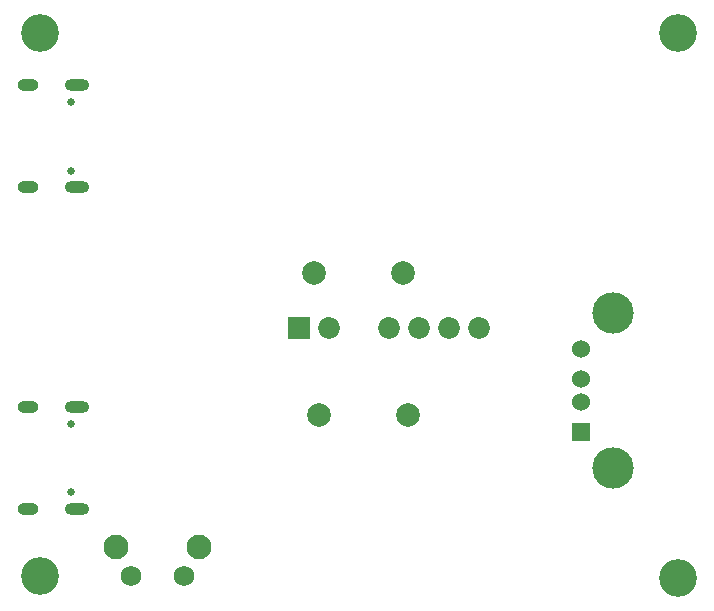
<source format=gbr>
%TF.GenerationSoftware,KiCad,Pcbnew,7.0.9*%
%TF.CreationDate,2023-12-12T13:04:41+02:00*%
%TF.ProjectId,ADuM3165_USB_ISOLATION,4144754d-3331-4363-955f-5553425f4953,rev?*%
%TF.SameCoordinates,Original*%
%TF.FileFunction,Soldermask,Bot*%
%TF.FilePolarity,Negative*%
%FSLAX46Y46*%
G04 Gerber Fmt 4.6, Leading zero omitted, Abs format (unit mm)*
G04 Created by KiCad (PCBNEW 7.0.9) date 2023-12-12 13:04:41*
%MOMM*%
%LPD*%
G01*
G04 APERTURE LIST*
%ADD10C,2.100000*%
%ADD11C,1.750000*%
%ADD12R,1.524000X1.524000*%
%ADD13C,1.524000*%
%ADD14C,3.500000*%
%ADD15C,0.650000*%
%ADD16O,2.100000X1.000000*%
%ADD17O,1.800000X1.000000*%
%ADD18C,3.200000*%
%ADD19C,2.000000*%
%ADD20R,1.850000X1.850000*%
%ADD21C,1.850000*%
G04 APERTURE END LIST*
D10*
%TO.C,SW1*%
X116400000Y-146510000D03*
X109390000Y-146510000D03*
D11*
X115150000Y-149000000D03*
X110650000Y-149000000D03*
%TD*%
D12*
%TO.C,J3*%
X148800000Y-136750000D03*
D13*
X148800000Y-134250000D03*
X148800000Y-132250000D03*
X148800000Y-129750000D03*
D14*
X151510000Y-139820000D03*
X151510000Y-126680000D03*
%TD*%
D15*
%TO.C,J2*%
X105605000Y-136060000D03*
X105605000Y-141840000D03*
D16*
X106105000Y-134630000D03*
D17*
X101925000Y-134630000D03*
D16*
X106105000Y-143270000D03*
D17*
X101925000Y-143270000D03*
%TD*%
D18*
%TO.C,H3*%
X157000000Y-149100000D03*
%TD*%
%TO.C,H2*%
X157000000Y-103000000D03*
%TD*%
D15*
%TO.C,J1*%
X105605000Y-108860000D03*
X105605000Y-114640000D03*
D16*
X106105000Y-107430000D03*
D17*
X101925000Y-107430000D03*
D16*
X106105000Y-116070000D03*
D17*
X101925000Y-116070000D03*
%TD*%
D19*
%TO.C,C10*%
X133700000Y-123300000D03*
X126200000Y-123300000D03*
%TD*%
%TO.C,C3*%
X134100000Y-135350000D03*
X126600000Y-135350000D03*
%TD*%
D18*
%TO.C,H1*%
X103000000Y-149000000D03*
%TD*%
D20*
%TO.C,DCDC1*%
X124890000Y-127936600D03*
D21*
X127430000Y-127936600D03*
X132510000Y-127936600D03*
X135050000Y-127936600D03*
X137590000Y-127936600D03*
X140120000Y-127936600D03*
%TD*%
D18*
%TO.C,H4*%
X103000000Y-103000000D03*
%TD*%
M02*

</source>
